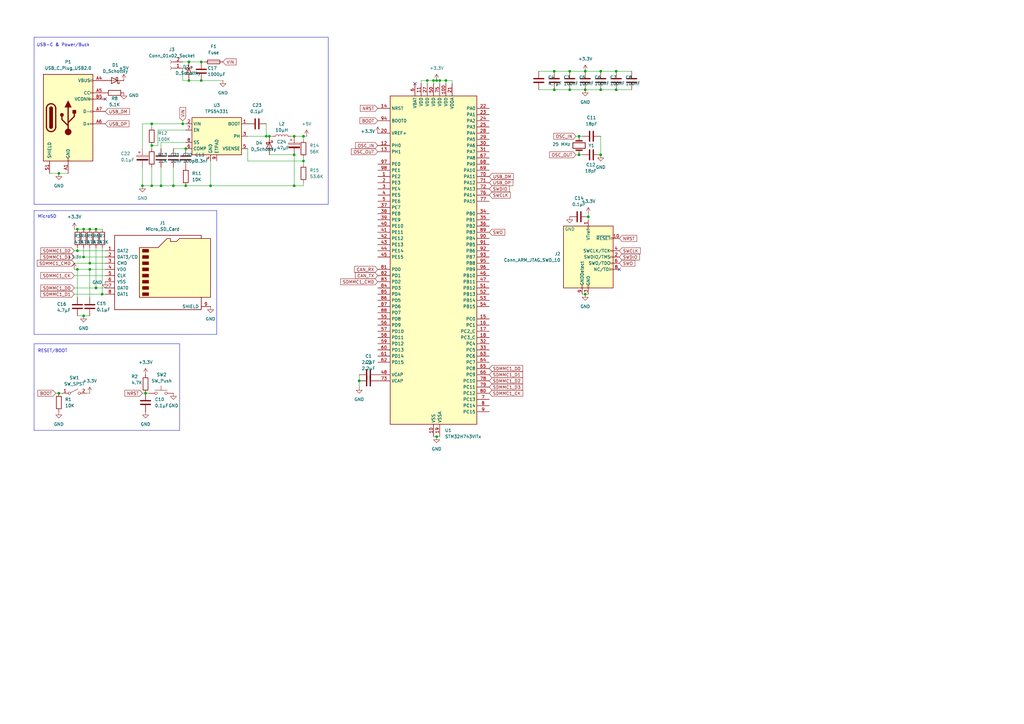
<source format=kicad_sch>
(kicad_sch (version 20250114) (generator "eeschema") (generator_version "9.0")
  (paper "A3")
  (lib_symbols
    (symbol "Connector:Conn_01x02_Socket" (pin_names (offset 1.016) (hide yes))
      (property "Reference" "J" (at 0 2.54 0))
      (property "Value" "Conn_01x02_Socket" (at 0 -5.08 0))
      (symbol "Conn_01x02_Socket_1_1"
        (polyline (pts (xy -1.27 0) (xy -0.508 0)) (stroke (width 0.1524)))
        (polyline (pts (xy -1.27 -2.54) (xy -0.508 -2.54)) (stroke (width 0.1524)))
        (arc (start 0 -0.508) (mid -0.5058 0) (end 0 0.508) (stroke (width 0.1524)))
        (arc (start 0 -3.048) (mid -0.5058 -2.54) (end 0 -2.032) (stroke (width 0.1524)))
        (pin passive line (at -5.08 0 0) (length 3.81) (name "Pin_1") (number "1"))
        (pin passive line (at -5.08 -2.54 0) (length 3.81) (name "Pin_2") (number "2"))
      )
    )
    (symbol "Connector:Conn_ARM_JTAG_SWD_10" (pin_names (offset 1.016))
      (property "Reference" "J" (at -2.54 16.51 0))
      (property "Value" "Conn_ARM_JTAG_SWD_10" (at -2.54 13.97 0))
      (symbol "Conn_ARM_JTAG_SWD_10_0_1"
        (rectangle (start -10.16 12.7) (end 10.16 -12.7) (stroke (width 0.254)) (fill (type background)))
        (rectangle (start -2.794 -12.7) (end -2.286 -11.684))
        (rectangle (start -0.254 12.7) (end 0.254 11.684))
        (rectangle (start -0.254 -12.7) (end 0.254 -11.684))
        (rectangle (start 9.144 2.286) (end 10.16 2.794))
        (rectangle (start 10.16 7.874) (end 9.144 7.366))
        (rectangle (start 10.16 -0.254) (end 9.144 0.254))
        (rectangle (start 10.16 -2.794) (end 9.144 -2.286))
      )
      (symbol "Conn_ARM_JTAG_SWD_10_1_1"
        (rectangle (start 9.144 -5.334) (end 10.16 -4.826))
        (pin no_connect line (at -10.16 0 0) (length 2.54) (hide yes) (name "KEY") (number "7"))
        (pin passive line (at -2.54 -15.24 90) (length 2.54) (name "GNDDetect") (number "9"))
        (pin power_in line (at 0 15.24 270) (length 2.54) (name "VTref") (number "1"))
        (pin power_in line (at 0 -15.24 90) (length 2.54) (name "GND") (number "3"))
        (pin passive line (at 0 -15.24 90) (length 2.54) (hide yes) (name "GND") (number "5"))
        (pin open_collector line (at 12.7 7.62 180) (length 2.54) (name "~{RESET}") (number "10"))
        (pin output line (at 12.7 2.54 180) (length 2.54) (name "SWCLK/TCK") (number "4"))
        (pin bidirectional line (at 12.7 0 180) (length 2.54) (name "SWDIO/TMS") (number "2"))
        (pin input line (at 12.7 -2.54 180) (length 2.54) (name "SWO/TDO") (number "6"))
        (pin output line (at 12.7 -5.08 180) (length 2.54) (name "NC/TDI") (number "8"))
      )
    )
    (symbol "Connector:Micro_SD_Card" (pin_names (offset 1.016))
      (property "Reference" "J" (at -16.51 15.24 0))
      (property "Value" "Micro_SD_Card" (at 16.51 15.24 0))
      (symbol "Micro_SD_Card_0_1"
        (polyline (pts (xy -8.89 -11.43) (xy -8.89 8.89) (xy -1.27 8.89) (xy 2.54 12.7) (xy 3.81 12.7) (xy 3.81 11.43) (xy 6.35 11.43) (xy 7.62 12.7) (xy 20.32 12.7) (xy 20.32 -11.43) (xy -8.89 -11.43)) (stroke (width 0.254)) (fill (type background)))
        (rectangle (start -7.62 8.255) (end -5.08 6.985) (fill (type outline)))
        (rectangle (start -7.62 5.715) (end -5.08 4.445) (fill (type outline)))
        (rectangle (start -7.62 3.175) (end -5.08 1.905) (fill (type outline)))
        (rectangle (start -7.62 0.635) (end -5.08 -0.635) (fill (type outline)))
        (rectangle (start -7.62 -1.905) (end -5.08 -3.175) (fill (type outline)))
        (rectangle (start -7.62 -4.445) (end -5.08 -5.715) (fill (type outline)))
        (rectangle (start -7.62 -6.985) (end -5.08 -8.255) (fill (type outline)))
        (rectangle (start -7.62 -9.525) (end -5.08 -10.795) (fill (type outline)))
        (polyline (pts (xy 16.51 12.7) (xy 16.51 13.97) (xy -19.05 13.97) (xy -19.05 -16.51) (xy 16.51 -16.51) (xy 16.51 -11.43)) (stroke (width 0.254)))
      )
      (symbol "Micro_SD_Card_1_1"
        (pin bidirectional line (at -22.86 7.62 0) (length 3.81) (name "DAT2") (number "1"))
        (pin bidirectional line (at -22.86 5.08 0) (length 3.81) (name "DAT3/CD") (number "2"))
        (pin input line (at -22.86 2.54 0) (length 3.81) (name "CMD") (number "3"))
        (pin power_in line (at -22.86 0 0) (length 3.81) (name "VDD") (number "4"))
        (pin input line (at -22.86 -2.54 0) (length 3.81) (name "CLK") (number "5"))
        (pin power_in line (at -22.86 -5.08 0) (length 3.81) (name "VSS") (number "6"))
        (pin bidirectional line (at -22.86 -7.62 0) (length 3.81) (name "DAT0") (number "7"))
        (pin bidirectional line (at -22.86 -10.16 0) (length 3.81) (name "DAT1") (number "8"))
        (pin passive line (at 20.32 -15.24 180) (length 3.81) (name "SHIELD") (number "9"))
      )
    )
    (symbol "Connector:USB_C_Plug_USB2.0" (pin_names (offset 1.016))
      (property "Reference" "P" (at -10.16 19.05 0))
      (property "Value" "USB_C_Plug_USB2.0" (at 12.7 19.05 0))
      (symbol "USB_C_Plug_USB2.0_0_0"
        (rectangle (start -0.254 -17.78) (end 0.254 -16.764))
        (rectangle (start 10.16 15.494) (end 9.144 14.986))
        (rectangle (start 10.16 10.414) (end 9.144 9.906))
        (rectangle (start 10.16 7.874) (end 9.144 7.366))
        (rectangle (start 10.16 2.794) (end 9.144 2.286))
        (rectangle (start 10.16 -2.286) (end 9.144 -2.794))
      )
      (symbol "USB_C_Plug_USB2.0_0_1"
        (rectangle (start -10.16 17.78) (end 10.16 -17.78) (stroke (width 0.254)) (fill (type background)))
        (polyline (pts (xy -8.89 -3.81) (xy -8.89 3.81)) (stroke (width 0.508)))
        (rectangle (start -7.62 -3.81) (end -6.35 3.81) (stroke (width 0.254)) (fill (type outline)))
        (arc (start -7.62 3.81) (mid -6.985 4.4423) (end -6.35 3.81) (stroke (width 0.254)))
        (arc (start -7.62 3.81) (mid -6.985 4.4423) (end -6.35 3.81) (stroke (width 0.254)) (fill (type outline)))
        (arc (start -8.89 3.81) (mid -6.985 5.7067) (end -5.08 3.81) (stroke (width 0.508)))
        (arc (start -5.08 -3.81) (mid -6.985 -5.7067) (end -8.89 -3.81) (stroke (width 0.508)))
        (arc (start -6.35 -3.81) (mid -6.985 -4.4423) (end -7.62 -3.81) (stroke (width 0.254)))
        (arc (start -6.35 -3.81) (mid -6.985 -4.4423) (end -7.62 -3.81) (stroke (width 0.254)) (fill (type outline)))
        (polyline (pts (xy -5.08 3.81) (xy -5.08 -3.81)) (stroke (width 0.508)))
        (circle (center -2.54 1.143) (radius 0.635) (stroke (width 0.254)) (fill (type outline)))
        (polyline (pts (xy -1.27 4.318) (xy 0 6.858) (xy 1.27 4.318) (xy -1.27 4.318)) (stroke (width 0.254)) (fill (type outline)))
        (polyline (pts (xy 0 -2.032) (xy 2.54 0.508) (xy 2.54 1.778)) (stroke (width 0.508)))
        (polyline (pts (xy 0 -3.302) (xy -2.54 -0.762) (xy -2.54 0.508)) (stroke (width 0.508)))
        (polyline (pts (xy 0 -5.842) (xy 0 4.318)) (stroke (width 0.508)))
        (circle (center 0 -5.842) (radius 1.27) (fill (type outline)))
        (rectangle (start 1.905 1.778) (end 3.175 3.048) (stroke (width 0.254)) (fill (type outline)))
      )
      (symbol "USB_C_Plug_USB2.0_1_1"
        (pin passive line (at -7.62 -22.86 90) (length 5.08) (name "SHIELD") (number "S1"))
        (pin passive line (at 0 -22.86 90) (length 5.08) (name "GND") (number "A1"))
        (pin passive line (at 0 -22.86 90) (length 5.08) (hide yes) (name "GND") (number "A12"))
        (pin passive line (at 0 -22.86 90) (length 5.08) (hide yes) (name "GND") (number "B1"))
        (pin passive line (at 0 -22.86 90) (length 5.08) (hide yes) (name "GND") (number "B12"))
        (pin passive line (at 15.24 15.24 180) (length 5.08) (name "VBUS") (number "A4"))
        (pin passive line (at 15.24 15.24 180) (length 5.08) (hide yes) (name "VBUS") (number "A9"))
        (pin passive line (at 15.24 15.24 180) (length 5.08) (hide yes) (name "VBUS") (number "B4"))
        (pin passive line (at 15.24 15.24 180) (length 5.08) (hide yes) (name "VBUS") (number "B9"))
        (pin bidirectional line (at 15.24 10.16 180) (length 5.08) (name "CC") (number "A5"))
        (pin bidirectional line (at 15.24 7.62 180) (length 5.08) (name "VCONN") (number "B5"))
        (pin bidirectional line (at 15.24 2.54 180) (length 5.08) (name "D-") (number "A7"))
        (pin bidirectional line (at 15.24 -2.54 180) (length 5.08) (name "D+") (number "A6"))
      )
    )
    (symbol "Device:C" (pin_numbers (hide yes)) (pin_names (offset 0.254))
      (property "Reference" "C" (at 0.635 2.54 0))
      (property "Value" "C" (at 0.635 -2.54 0))
      (symbol "C_0_1"
        (polyline (pts (xy -2.032 0.762) (xy 2.032 0.762)) (stroke (width 0.508)))
        (polyline (pts (xy -2.032 -0.762) (xy 2.032 -0.762)) (stroke (width 0.508)))
      )
      (symbol "C_1_1"
        (pin passive line (at 0 3.81 270) (length 2.794) (name "~") (number "1"))
        (pin passive line (at 0 -3.81 90) (length 2.794) (name "~") (number "2"))
      )
    )
    (symbol "Device:C_Polarized" (pin_numbers (hide yes)) (pin_names (offset 0.254))
      (property "Reference" "C" (at 0.635 2.54 0))
      (property "Value" "C_Polarized" (at 0.635 -2.54 0))
      (symbol "C_Polarized_0_1"
        (rectangle (start -2.286 0.508) (end 2.286 1.016))
        (polyline (pts (xy -1.778 2.286) (xy -0.762 2.286)))
        (polyline (pts (xy -1.27 2.794) (xy -1.27 1.778)))
        (rectangle (start 2.286 -0.508) (end -2.286 -1.016) (fill (type outline)))
      )
      (symbol "C_Polarized_1_1"
        (pin passive line (at 0 3.81 270) (length 2.794) (name "~") (number "1"))
        (pin passive line (at 0 -3.81 90) (length 2.794) (name "~") (number "2"))
      )
    )
    (symbol "Device:Crystal" (pin_numbers (hide yes)) (pin_names (offset 1.016) (hide yes))
      (property "Reference" "Y" (at 0 3.81 0))
      (property "Value" "Crystal" (at 0 -3.81 0))
      (symbol "Crystal_0_1"
        (polyline (pts (xy -2.54 0) (xy -1.905 0)))
        (polyline (pts (xy -1.905 -1.27) (xy -1.905 1.27)) (stroke (width 0.508)))
        (rectangle (start -1.143 2.54) (end 1.143 -2.54) (stroke (width 0.3048)))
        (polyline (pts (xy 1.905 -1.27) (xy 1.905 1.27)) (stroke (width 0.508)))
        (polyline (pts (xy 2.54 0) (xy 1.905 0)))
      )
      (symbol "Crystal_1_1"
        (pin passive line (at -3.81 0 0) (length 1.27) (name "1") (number "1"))
        (pin passive line (at 3.81 0 180) (length 1.27) (name "2") (number "2"))
      )
    )
    (symbol "Device:D_Schottky" (pin_numbers (hide yes)) (pin_names (offset 1.016) (hide yes))
      (property "Reference" "D" (at 0 2.54 0))
      (property "Value" "D_Schottky" (at 0 -2.54 0))
      (symbol "D_Schottky_0_1"
        (polyline (pts (xy -1.905 0.635) (xy -1.905 1.27) (xy -1.27 1.27) (xy -1.27 -1.27) (xy -0.635 -1.27) (xy -0.635 -0.635)) (stroke (width 0.254)))
        (polyline (pts (xy 1.27 1.27) (xy 1.27 -1.27) (xy -1.27 0) (xy 1.27 1.27)) (stroke (width 0.254)))
        (polyline (pts (xy 1.27 0) (xy -1.27 0)))
      )
      (symbol "D_Schottky_1_1"
        (pin passive line (at -3.81 0 0) (length 2.54) (name "K") (number "1"))
        (pin passive line (at 3.81 0 180) (length 2.54) (name "A") (number "2"))
      )
    )
    (symbol "Device:Fuse" (pin_numbers (hide yes)) (pin_names (offset 0))
      (property "Reference" "F" (at 2.032 0 90))
      (property "Value" "Fuse" (at -1.905 0 90))
      (symbol "Fuse_0_1"
        (rectangle (start -0.762 -2.54) (end 0.762 2.54) (stroke (width 0.254)))
        (polyline (pts (xy 0 2.54) (xy 0 -2.54)))
      )
      (symbol "Fuse_1_1"
        (pin passive line (at 0 3.81 270) (length 1.27) (name "~") (number "1"))
        (pin passive line (at 0 -3.81 90) (length 1.27) (name "~") (number "2"))
      )
    )
    (symbol "Device:L" (pin_numbers (hide yes)) (pin_names (offset 1.016) (hide yes))
      (property "Reference" "L" (at -1.27 0 90))
      (property "Value" "L" (at 1.905 0 90))
      (symbol "L_0_1"
        (arc (start 0 2.54) (mid 0.6323 1.905) (end 0 1.27))
        (arc (start 0 1.27) (mid 0.6323 0.635) (end 0 0))
        (arc (start 0 0) (mid 0.6323 -0.635) (end 0 -1.27))
        (arc (start 0 -1.27) (mid 0.6323 -1.905) (end 0 -2.54))
      )
      (symbol "L_1_1"
        (pin passive line (at 0 3.81 270) (length 1.27) (name "1") (number "1"))
        (pin passive line (at 0 -3.81 90) (length 1.27) (name "2") (number "2"))
      )
    )
    (symbol "Device:R" (pin_numbers (hide yes)) (pin_names (offset 0))
      (property "Reference" "R" (at 2.032 0 90))
      (property "Value" "R" (at 0 0 90))
      (symbol "R_0_1"
        (rectangle (start -1.016 -2.54) (end 1.016 2.54) (stroke (width 0.254)))
      )
      (symbol "R_1_1"
        (pin passive line (at 0 3.81 270) (length 1.27) (name "~") (number "1"))
        (pin passive line (at 0 -3.81 90) (length 1.27) (name "~") (number "2"))
      )
    )
    (symbol "MCU_ST_STM32H7:STM32H743VITx"
      (property "Reference" "U" (at -17.78 69.85 0))
      (property "Value" "STM32H743VITx" (at 10.16 69.85 0))
      (symbol "STM32H743VITx_0_1"
        (rectangle (start -17.78 -66.04) (end 17.78 68.58) (stroke (width 0.254)) (fill (type background)))
      )
      (symbol "STM32H743VITx_1_1"
        (pin input line (at -22.86 63.5 0) (length 5.08) (name "NRST") (number "14"))
        (pin input line (at -22.86 58.42 0) (length 5.08) (name "BOOT0") (number "94"))
        (pin input line (at -22.86 53.34 0) (length 5.08) (name "VREF+") (number "20"))
        (pin bidirectional line (at -22.86 48.26 0) (length 5.08) (name "PH0") (number "12"))
        (pin bidirectional line (at -22.86 45.72 0) (length 5.08) (name "PH1") (number "13"))
        (pin bidirectional line (at -22.86 40.64 0) (length 5.08) (name "PE0") (number "97"))
        (pin bidirectional line (at -22.86 38.1 0) (length 5.08) (name "PE1") (number "98"))
        (pin bidirectional line (at -22.86 35.56 0) (length 5.08) (name "PE2") (number "1"))
        (pin bidirectional line (at -22.86 33.02 0) (length 5.08) (name "PE3") (number "2"))
        (pin bidirectional line (at -22.86 30.48 0) (length 5.08) (name "PE4") (number "3"))
        (pin bidirectional line (at -22.86 27.94 0) (length 5.08) (name "PE5") (number "4"))
        (pin bidirectional line (at -22.86 25.4 0) (length 5.08) (name "PE6") (number "5"))
        (pin bidirectional line (at -22.86 22.86 0) (length 5.08) (name "PE7") (number "37"))
        (pin bidirectional line (at -22.86 20.32 0) (length 5.08) (name "PE8") (number "38"))
        (pin bidirectional line (at -22.86 17.78 0) (length 5.08) (name "PE9") (number "39"))
        (pin bidirectional line (at -22.86 15.24 0) (length 5.08) (name "PE10") (number "40"))
        (pin bidirectional line (at -22.86 12.7 0) (length 5.08) (name "PE11") (number "41"))
        (pin bidirectional line (at -22.86 10.16 0) (length 5.08) (name "PE12") (number "42"))
        (pin bidirectional line (at -22.86 7.62 0) (length 5.08) (name "PE13") (number "43"))
        (pin bidirectional line (at -22.86 5.08 0) (length 5.08) (name "PE14") (number "44"))
        (pin bidirectional line (at -22.86 2.54 0) (length 5.08) (name "PE15") (number "45"))
        (pin bidirectional line (at -22.86 -2.54 0) (length 5.08) (name "PD0") (number "81"))
        (pin bidirectional line (at -22.86 -5.08 0) (length 5.08) (name "PD1") (number "82"))
        (pin bidirectional line (at -22.86 -7.62 0) (length 5.08) (name "PD2") (number "83"))
        (pin bidirectional line (at -22.86 -10.16 0) (length 5.08) (name "PD3") (number "84"))
        (pin bidirectional line (at -22.86 -12.7 0) (length 5.08) (name "PD4") (number "85"))
        (pin bidirectional line (at -22.86 -15.24 0) (length 5.08) (name "PD5") (number "86"))
        (pin bidirectional line (at -22.86 -17.78 0) (length 5.08) (name "PD6") (number "87"))
        (pin bidirectional line (at -22.86 -20.32 0) (length 5.08) (name "PD7") (number "88"))
        (pin bidirectional line (at -22.86 -22.86 0) (length 5.08) (name "PD8") (number "55"))
        (pin bidirectional line (at -22.86 -25.4 0) (length 5.08) (name "PD9") (number "56"))
        (pin bidirectional line (at -22.86 -27.94 0) (length 5.08) (name "PD10") (number "57"))
        (pin bidirectional line (at -22.86 -30.48 0) (length 5.08) (name "PD11") (number "58"))
        (pin bidirectional line (at -22.86 -33.02 0) (length 5.08) (name "PD12") (number "59"))
        (pin bidirectional line (at -22.86 -35.56 0) (length 5.08) (name "PD13") (number "60"))
        (pin bidirectional line (at -22.86 -38.1 0) (length 5.08) (name "PD14") (number "61"))
        (pin bidirectional line (at -22.86 -40.64 0) (length 5.08) (name "PD15") (number "62"))
        (pin power_out line (at -22.86 -45.72 0) (length 5.08) (name "VCAP") (number "48"))
        (pin power_out line (at -22.86 -48.26 0) (length 5.08) (name "VCAP") (number "73"))
        (pin power_in line (at -7.62 73.66 270) (length 5.08) (name "VBAT") (number "6"))
        (pin power_in line (at -5.08 73.66 270) (length 5.08) (name "VDD") (number "11"))
        (pin power_in line (at -2.54 73.66 270) (length 5.08) (name "VDD") (number "27"))
        (pin power_in line (at 0 73.66 270) (length 5.08) (name "VDD") (number "50"))
        (pin power_in line (at 0 -71.12 90) (length 5.08) (name "VSS") (number "10"))
        (pin passive line (at 0 -71.12 90) (length 5.08) (hide yes) (name "VSS") (number "26"))
        (pin passive line (at 0 -71.12 90) (length 5.08) (hide yes) (name "VSS") (number "49"))
        (pin passive line (at 0 -71.12 90) (length 5.08) (hide yes) (name "VSS") (number "74"))
        (pin passive line (at 0 -71.12 90) (length 5.08) (hide yes) (name "VSS") (number "99"))
        (pin power_in line (at 2.54 73.66 270) (length 5.08) (name "VDD") (number "75"))
        (pin power_in line (at 2.54 -71.12 90) (length 5.08) (name "VSSA") (number "19"))
        (pin power_in line (at 5.08 73.66 270) (length 5.08) (name "VDD") (number "100"))
        (pin power_in line (at 7.62 73.66 270) (length 5.08) (name "VDDA") (number "21"))
        (pin bidirectional line (at 22.86 63.5 180) (length 5.08) (name "PA0") (number "22"))
        (pin bidirectional line (at 22.86 60.96 180) (length 5.08) (name "PA1") (number "23"))
        (pin bidirectional line (at 22.86 58.42 180) (length 5.08) (name "PA2") (number "24"))
        (pin bidirectional line (at 22.86 55.88 180) (length 5.08) (name "PA3") (number "25"))
        (pin bidirectional line (at 22.86 53.34 180) (length 5.08) (name "PA4") (number "28"))
        (pin bidirectional line (at 22.86 50.8 180) (length 5.08) (name "PA5") (number "29"))
        (pin bidirectional line (at 22.86 48.26 180) (length 5.08) (name "PA6") (number "30"))
        (pin bidirectional line (at 22.86 45.72 180) (length 5.08) (name "PA7") (number "31"))
        (pin bidirectional line (at 22.86 43.18 180) (length 5.08) (name "PA8") (number "67"))
        (pin bidirectional line (at 22.86 40.64 180) (length 5.08) (name "PA9") (number "68"))
        (pin bidirectional line (at 22.86 38.1 180) (length 5.08) (name "PA10") (number "69"))
        (pin bidirectional line (at 22.86 35.56 180) (length 5.08) (name "PA11") (number "70"))
        (pin bidirectional line (at 22.86 33.02 180) (length 5.08) (name "PA12") (number "71"))
        (pin bidirectional line (at 22.86 30.48 180) (length 5.08) (name "PA13") (number "72"))
        (pin bidirectional line (at 22.86 27.94 180) (length 5.08) (name "PA14") (number "76"))
        (pin bidirectional line (at 22.86 25.4 180) (length 5.08) (name "PA15") (number "77"))
        (pin bidirectional line (at 22.86 20.32 180) (length 5.08) (name "PB0") (number "34"))
        (pin bidirectional line (at 22.86 17.78 180) (length 5.08) (name "PB1") (number "35"))
        (pin bidirectional line (at 22.86 15.24 180) (length 5.08) (name "PB2") (number "36"))
        (pin bidirectional line (at 22.86 12.7 180) (length 5.08) (name "PB3") (number "89"))
        (pin bidirectional line (at 22.86 10.16 180) (length 5.08) (name "PB4") (number "90"))
        (pin bidirectional line (at 22.86 7.62 180) (length 5.08) (name "PB5") (number "91"))
        (pin bidirectional line (at 22.86 5.08 180) (length 5.08) (name "PB6") (number "92"))
        (pin bidirectional line (at 22.86 2.54 180) (length 5.08) (name "PB7") (number "93"))
        (pin bidirectional line (at 22.86 0 180) (length 5.08) (name "PB8") (number "95"))
        (pin bidirectional line (at 22.86 -2.54 180) (length 5.08) (name "PB9") (number "96"))
        (pin bidirectional line (at 22.86 -5.08 180) (length 5.08) (name "PB10") (number "46"))
        (pin bidirectional line (at 22.86 -7.62 180) (length 5.08) (name "PB11") (number "47"))
        (pin bidirectional line (at 22.86 -10.16 180) (length 5.08) (name "PB12") (number "51"))
        (pin bidirectional line (at 22.86 -12.7 180) (length 5.08) (name "PB13") (number "52"))
        (pin bidirectional line (at 22.86 -15.24 180) (length 5.08) (name "PB14") (number "53"))
        (pin bidirectional line (at 22.86 -17.78 180) (length 5.08) (name "PB15") (number "54"))
        (pin bidirectional line (at 22.86 -22.86 180) (length 5.08) (name "PC0") (number "15"))
        (pin bidirectional line (at 22.86 -25.4 180) (length 5.08) (name "PC1") (number "16"))
        (pin bidirectional line (at 22.86 -27.94 180) (length 5.08) (name "PC2_C") (number "17"))
        (pin bidirectional line (at 22.86 -30.48 180) (length 5.08) (name "PC3_C") (number "18"))
        (pin bidirectional line (at 22.86 -33.02 180) (length 5.08) (name "PC4") (number "32"))
        (pin bidirectional line (at 22.86 -35.56 180) (length 5.08) (name "PC5") (number "33"))
        (pin bidirectional line (at 22.86 -38.1 180) (length 5.08) (name "PC6") (number "63"))
        (pin bidirectional line (at 22.86 -40.64 180) (length 5.08) (name "PC7") (number "64"))
        (pin bidirectional line (at 22.86 -43.18 180) (length 5.08) (name "PC8") (number "65"))
        (pin bidirectional line (at 22.86 -45.72 180) (length 5.08) (name "PC9") (number "66"))
        (pin bidirectional line (at 22.86 -48.26 180) (length 5.08) (name "PC10") (number "78"))
        (pin bidirectional line (at 22.86 -50.8 180) (length 5.08) (name "PC11") (number "79"))
        (pin bidirectional line (at 22.86 -53.34 180) (length 5.08) (name "PC12") (number "80"))
        (pin bidirectional line (at 22.86 -55.88 180) (length 5.08) (name "PC13") (number "7"))
        (pin bidirectional line (at 22.86 -58.42 180) (length 5.08) (name "PC14") (number "8"))
        (pin bidirectional line (at 22.86 -60.96 180) (length 5.08) (name "PC15") (number "9"))
      )
    )
    (symbol "Regulator_Switching:TPS54336ADDA"
      (property "Reference" "U" (at -8.89 8.89 0))
      (property "Value" "TPS54336ADDA" (at 3.81 8.89 0))
      (symbol "TPS54336ADDA_1_1"
        (rectangle (start -10.16 7.62) (end 10.16 -7.62) (stroke (width 0.254)) (fill (type background)))
        (pin power_in line (at -12.7 5.08 0) (length 2.54) (name "VIN") (number "2"))
        (pin input line (at -12.7 2.54 0) (length 2.54) (name "EN") (number "7"))
        (pin output line (at -12.7 -2.54 0) (length 2.54) (name "SS") (number "8"))
        (pin output line (at -12.7 -5.08 0) (length 2.54) (name "COMP") (number "6"))
        (pin power_in line (at -2.54 -10.16 90) (length 2.54) (name "GND") (number "4"))
        (pin power_in line (at 0 -10.16 90) (length 2.54) (name "ETPAD") (number "9"))
        (pin output line (at 12.7 5.08 180) (length 2.54) (name "BOOT") (number "1"))
        (pin output line (at 12.7 0 180) (length 2.54) (name "PH") (number "3"))
        (pin input line (at 12.7 -5.08 180) (length 2.54) (name "VSENSE") (number "5"))
      )
    )
    (symbol "Switch:SW_Push" (pin_numbers (hide yes)) (pin_names (offset 1.016) (hide yes))
      (property "Reference" "SW" (at 1.27 2.54 0))
      (property "Value" "SW_Push" (at 0 -1.524 0))
      (symbol "SW_Push_0_1"
        (circle (center -2.032 0) (radius 0.508))
        (polyline (pts (xy 0 1.27) (xy 0 3.048)))
        (circle (center 2.032 0) (radius 0.508))
        (polyline (pts (xy 2.54 1.27) (xy -2.54 1.27)))
        (pin passive line (at -5.08 0 0) (length 2.54) (name "1") (number "1"))
        (pin passive line (at 5.08 0 180) (length 2.54) (name "2") (number "2"))
      )
    )
    (symbol "Switch:SW_SPST" (pin_names (offset 0) (hide yes))
      (property "Reference" "SW" (at 0 3.175 0))
      (property "Value" "SW_SPST" (at 0 -2.54 0))
      (symbol "SW_SPST_0_0"
        (circle (center -2.032 0) (radius 0.508))
        (polyline (pts (xy -1.524 0.254) (xy 1.524 1.778)))
        (circle (center 2.032 0) (radius 0.508))
      )
      (symbol "SW_SPST_1_1"
        (pin passive line (at -5.08 0 0) (length 2.54) (name "A") (number "1"))
        (pin passive line (at 5.08 0 180) (length 2.54) (name "B") (number "2"))
      )
    )
    (symbol "power:+3.3V" (power) (pin_numbers (hide yes)) (pin_names (offset 0) (hide yes))
      (property "Value" "+3.3V" (at 0 3.556 0))
      (symbol "+3.3V_0_1"
        (polyline (pts (xy -0.762 1.27) (xy 0 2.54)))
        (polyline (pts (xy 0 2.54) (xy 0.762 1.27)))
        (polyline (pts (xy 0 0) (xy 0 2.54)))
      )
      (symbol "+3.3V_1_1"
        (pin power_in line (at 0 0 90) (length 0) (name "~") (number "1"))
      )
    )
    (symbol "power:+5V" (power) (pin_numbers (hide yes)) (pin_names (offset 0) (hide yes))
      (property "Value" "+5V" (at 0 3.556 0))
      (symbol "+5V_0_1"
        (polyline (pts (xy -0.762 1.27) (xy 0 2.54)))
        (polyline (pts (xy 0 2.54) (xy 0.762 1.27)))
        (polyline (pts (xy 0 0) (xy 0 2.54)))
      )
      (symbol "+5V_1_1"
        (pin power_in line (at 0 0 90) (length 0) (name "~") (number "1"))
      )
    )
    (symbol "power:GND" (power) (pin_numbers (hide yes)) (pin_names (offset 0) (hide yes))
      (property "Value" "GND" (at 0 -3.81 0))
      (symbol "GND_0_1"
        (polyline (pts (xy 0 0) (xy 0 -1.27) (xy 1.27 -1.27) (xy 0 -2.54) (xy -1.27 -1.27) (xy 0 -1.27)))
      )
      (symbol "GND_1_1"
        (pin power_in line (at 0 0 270) (length 0) (name "~") (number "1"))
      )
    )
  )
  (rectangle (start 13.97 86.36) (end 88.9 137.16))
  (rectangle (start 13.97 15.24) (end 134.62 83.82))
  (rectangle (start 13.97 140.97) (end 73.66 176.53))
  (text "MicroSD" (at 19.304 88.9 0) (effects (font (size 1.27 1.27))))
  (text "USB-C & Power/Buck" (at 25.908 18.542 0) (effects (font (size 1.27 1.27))))
  (text "RESET/BOOT" (at 21.59 144.018 0) (effects (font (size 1.27 1.27))))
  (junction (at 179.07 179.07))
  (junction (at 237.49 55.88))
  (junction (at 240.03 120.65))
  (junction (at 147.32 156.21))
  (junction (at 237.49 63.5))
  (junction (at 246.38 36.83))
  (junction (at 76.2 76.2))
  (junction (at 86.36 76.2))
  (junction (at 58.42 76.2))
  (junction (at 124.46 55.88))
  (junction (at 77.47 25.4))
  (junction (at 36.83 93.98))
  (junction (at 62.23 76.2))
  (junction (at 109.22 55.88))
  (junction (at 182.88 33.02))
  (junction (at 39.37 118.11))
  (junction (at 62.23 59.69))
  (junction (at 34.29 93.98))
  (junction (at 180.34 33.02))
  (junction (at 41.91 120.65))
  (junction (at 252.73 29.21))
  (junction (at 74.93 50.8))
  (junction (at 175.26 33.02))
  (junction (at 77.47 33.02))
  (junction (at 24.13 161.29))
  (junction (at 252.73 36.83))
  (junction (at 120.65 63.5))
  (junction (at 82.55 25.4))
  (junction (at 71.12 76.2))
  (junction (at 36.83 107.95))
  (junction (at 62.23 50.8))
  (junction (at 240.03 36.83))
  (junction (at 120.65 55.88))
  (junction (at 177.8 33.02))
  (junction (at 59.69 161.29))
  (junction (at 233.68 36.83))
  (junction (at 227.33 29.21))
  (junction (at 246.38 63.5))
  (junction (at 240.03 29.21))
  (junction (at 66.04 76.2))
  (junction (at 179.07 33.02))
  (junction (at 246.38 29.21))
  (junction (at 124.46 66.04))
  (junction (at 34.29 105.41))
  (junction (at 120.65 76.2))
  (junction (at 110.49 55.88))
  (junction (at 39.37 93.98))
  (junction (at 24.13 71.12))
  (junction (at 227.33 36.83))
  (junction (at 241.3 88.9))
  (junction (at 31.75 102.87))
  (junction (at 82.55 33.02))
  (junction (at 233.68 29.21))
  (junction (at 31.75 93.98))
  (junction (at 34.29 129.54))
  (junction (at 31.75 110.49))
  (junction (at 76.2 60.96))
  (junction (at 36.83 110.49))
  (no_connect (at 254 110.49))
  (no_connect (at 43.18 40.64))
  (no_connect (at 170.18 34.29))
  (wire (pts (xy 34.29 93.98) (xy 36.83 93.98)))
  (wire (pts (xy 66.04 58.42) (xy 66.04 60.96)))
  (wire (pts (xy 180.34 33.02) (xy 179.07 33.02)))
  (wire (pts (xy 246.38 55.88) (xy 246.38 63.5)))
  (wire (pts (xy 83.82 25.4) (xy 82.55 25.4)))
  (wire (pts (xy 240.03 36.83) (xy 246.38 36.83)))
  (wire (pts (xy 36.83 110.49) (xy 43.18 110.49)))
  (wire (pts (xy 62.23 60.96) (xy 62.23 59.69)))
  (wire (pts (xy 175.26 33.02) (xy 172.72 33.02)))
  (wire (pts (xy 62.23 68.58) (xy 62.23 76.2)))
  (wire (pts (xy 62.23 59.69) (xy 64.77 59.69)))
  (wire (pts (xy 110.49 63.5) (xy 120.65 63.5)))
  (wire (pts (xy 30.48 110.49) (xy 31.75 110.49)))
  (wire (pts (xy 25.4 161.29) (xy 24.13 161.29)))
  (wire (pts (xy 252.73 29.21) (xy 259.08 29.21)))
  (wire (pts (xy 36.83 161.29) (xy 35.56 161.29)))
  (wire (pts (xy 227.33 36.83) (xy 233.68 36.83)))
  (wire (pts (xy 101.6 55.88) (xy 109.22 55.88)))
  (wire (pts (xy 30.48 105.41) (xy 34.29 105.41)))
  (wire (pts (xy 101.6 66.04) (xy 101.6 60.96)))
  (wire (pts (xy 64.77 53.34) (xy 76.2 53.34)))
  (wire (pts (xy 22.86 161.29) (xy 24.13 161.29)))
  (wire (pts (xy 24.13 71.12) (xy 27.94 71.12)))
  (wire (pts (xy 124.46 66.04) (xy 124.46 64.77)))
  (wire (pts (xy 246.38 29.21) (xy 252.73 29.21)))
  (wire (pts (xy 74.93 33.02) (xy 74.93 27.94)))
  (wire (pts (xy 124.46 55.88) (xy 120.65 55.88)))
  (wire (pts (xy 124.46 55.88) (xy 125.73 55.88)))
  (wire (pts (xy 238.76 55.88) (xy 237.49 55.88)))
  (wire (pts (xy 34.29 129.54) (xy 36.83 129.54)))
  (wire (pts (xy 41.91 120.65) (xy 43.18 120.65)))
  (wire (pts (xy 182.88 33.02) (xy 180.34 33.02)))
  (wire (pts (xy 240.03 120.65) (xy 241.3 120.65)))
  (wire (pts (xy 30.48 113.03) (xy 43.18 113.03)))
  (wire (pts (xy 237.49 55.88) (xy 236.22 55.88)))
  (wire (pts (xy 41.91 120.65) (xy 41.91 101.6)))
  (wire (pts (xy 58.42 68.58) (xy 58.42 76.2)))
  (wire (pts (xy 77.47 25.4) (xy 82.55 25.4)))
  (wire (pts (xy 74.93 49.53) (xy 74.93 50.8)))
  (wire (pts (xy 36.83 107.95) (xy 36.83 101.6)))
  (wire (pts (xy 30.48 118.11) (xy 39.37 118.11)))
  (wire (pts (xy 180.34 33.02) (xy 180.34 34.29)))
  (wire (pts (xy 31.75 129.54) (xy 34.29 129.54)))
  (wire (pts (xy 86.36 76.2) (xy 86.36 66.04)))
  (wire (pts (xy 124.46 67.31) (xy 124.46 66.04)))
  (wire (pts (xy 74.93 50.8) (xy 76.2 50.8)))
  (wire (pts (xy 74.93 33.02) (xy 77.47 33.02)))
  (wire (pts (xy 58.42 161.29) (xy 59.69 161.29)))
  (wire (pts (xy 30.48 93.98) (xy 31.75 93.98)))
  (wire (pts (xy 30.48 102.87) (xy 31.75 102.87)))
  (wire (pts (xy 77.47 33.02) (xy 82.55 33.02)))
  (wire (pts (xy 66.04 68.58) (xy 66.04 76.2)))
  (wire (pts (xy 182.88 33.02) (xy 182.88 34.29)))
  (wire (pts (xy 36.83 107.95) (xy 43.18 107.95)))
  (wire (pts (xy 246.38 36.83) (xy 252.73 36.83)))
  (wire (pts (xy 241.3 87.63) (xy 241.3 88.9)))
  (wire (pts (xy 252.73 36.83) (xy 259.08 36.83)))
  (wire (pts (xy 62.23 50.8) (xy 74.93 50.8)))
  (wire (pts (xy 109.22 55.88) (xy 110.49 55.88)))
  (wire (pts (xy 31.75 102.87) (xy 43.18 102.87)))
  (wire (pts (xy 76.2 76.2) (xy 86.36 76.2)))
  (wire (pts (xy 62.23 59.69) (xy 62.23 58.42)))
  (wire (pts (xy 124.46 57.15) (xy 124.46 55.88)))
  (wire (pts (xy 20.32 71.12) (xy 24.13 71.12)))
  (wire (pts (xy 34.29 105.41) (xy 34.29 101.6)))
  (wire (pts (xy 227.33 29.21) (xy 220.98 29.21)))
  (wire (pts (xy 124.46 76.2) (xy 124.46 74.93)))
  (wire (pts (xy 39.37 93.98) (xy 41.91 93.98)))
  (wire (pts (xy 185.42 34.29) (xy 185.42 33.02)))
  (wire (pts (xy 86.36 76.2) (xy 120.65 76.2)))
  (wire (pts (xy 237.49 63.5) (xy 236.22 63.5)))
  (wire (pts (xy 76.2 58.42) (xy 66.04 58.42)))
  (wire (pts (xy 71.12 76.2) (xy 76.2 76.2)))
  (wire (pts (xy 62.23 76.2) (xy 66.04 76.2)))
  (wire (pts (xy 120.65 55.88) (xy 119.38 55.88)))
  (wire (pts (xy 238.76 63.5) (xy 237.49 63.5)))
  (wire (pts (xy 179.07 33.02) (xy 177.8 33.02)))
  (wire (pts (xy 177.8 179.07) (xy 179.07 179.07)))
  (wire (pts (xy 30.48 120.65) (xy 41.91 120.65)))
  (wire (pts (xy 120.65 76.2) (xy 124.46 76.2)))
  (wire (pts (xy 241.3 88.9) (xy 241.3 90.17)))
  (wire (pts (xy 31.75 110.49) (xy 31.75 121.92)))
  (wire (pts (xy 31.75 110.49) (xy 36.83 110.49)))
  (wire (pts (xy 64.77 59.69) (xy 64.77 53.34)))
  (wire (pts (xy 172.72 33.02) (xy 172.72 34.29)))
  (wire (pts (xy 36.83 110.49) (xy 36.83 121.92)))
  (wire (pts (xy 185.42 33.02) (xy 182.88 33.02)))
  (wire (pts (xy 109.22 50.8) (xy 109.22 55.88)))
  (wire (pts (xy 31.75 93.98) (xy 34.29 93.98)))
  (wire (pts (xy 58.42 76.2) (xy 62.23 76.2)))
  (wire (pts (xy 58.42 50.8) (xy 62.23 50.8)))
  (wire (pts (xy 110.49 55.88) (xy 111.76 55.88)))
  (wire (pts (xy 101.6 66.04) (xy 124.46 66.04)))
  (wire (pts (xy 31.75 102.87) (xy 31.75 101.6)))
  (wire (pts (xy 147.32 153.67) (xy 147.32 156.21)))
  (wire (pts (xy 59.69 161.29) (xy 60.96 161.29)))
  (wire (pts (xy 36.83 93.98) (xy 39.37 93.98)))
  (wire (pts (xy 58.42 50.8) (xy 58.42 60.96)))
  (wire (pts (xy 30.48 107.95) (xy 36.83 107.95)))
  (wire (pts (xy 34.29 105.41) (xy 43.18 105.41)))
  (wire (pts (xy 179.07 179.07) (xy 180.34 179.07)))
  (wire (pts (xy 120.65 76.2) (xy 120.65 63.5)))
  (wire (pts (xy 227.33 29.21) (xy 233.68 29.21)))
  (wire (pts (xy 233.68 36.83) (xy 240.03 36.83)))
  (wire (pts (xy 175.26 33.02) (xy 175.26 34.29)))
  (wire (pts (xy 238.76 120.65) (xy 240.03 120.65)))
  (wire (pts (xy 82.55 33.02) (xy 91.44 33.02)))
  (wire (pts (xy 66.04 76.2) (xy 71.12 76.2)))
  (wire (pts (xy 147.32 158.75) (xy 147.32 156.21)))
  (wire (pts (xy 177.8 33.02) (xy 177.8 34.29)))
  (wire (pts (xy 39.37 118.11) (xy 43.18 118.11)))
  (wire (pts (xy 240.03 29.21) (xy 246.38 29.21)))
  (wire (pts (xy 71.12 60.96) (xy 76.2 60.96)))
  (wire (pts (xy 227.33 36.83) (xy 220.98 36.83)))
  (wire (pts (xy 62.23 52.07) (xy 62.23 50.8)))
  (wire (pts (xy 233.68 29.21) (xy 240.03 29.21)))
  (wire (pts (xy 74.93 25.4) (xy 77.47 25.4)))
  (wire (pts (xy 71.12 68.58) (xy 71.12 76.2)))
  (wire (pts (xy 177.8 33.02) (xy 175.26 33.02)))
  (wire (pts (xy 39.37 101.6) (xy 39.37 118.11)))
  (global_label "SDMMC1_D1" (shape input) (at 200.66 153.67 0) (property "Intersheetrefs" "${INTERSHEET_REFS}" (effects (hide yes))))
  (global_label "OSC_OUT" (shape input) (at 236.22 63.5 180) (property "Intersheetrefs" "${INTERSHEET_REFS}" (effects (hide yes))))
  (global_label "USB_DM" (shape input) (at 43.18 45.72 0) (property "Intersheetrefs" "${INTERSHEET_REFS}" (effects (hide yes))))
  (global_label "CAN_TX" (shape input) (at 154.94 113.03 180) (property "Intersheetrefs" "${INTERSHEET_REFS}" (effects (hide yes))))
  (global_label "SDMMC1_D0" (shape input) (at 30.48 118.11 180) (property "Intersheetrefs" "${INTERSHEET_REFS}" (effects (hide yes))))
  (global_label "NRST" (shape input) (at 154.94 44.45 180) (property "Intersheetrefs" "${INTERSHEET_REFS}" (effects (hide yes))))
  (global_label "USB_DM" (shape input) (at 200.66 72.39 0) (property "Intersheetrefs" "${INTERSHEET_REFS}" (effects (hide yes))))
  (global_label "BOOT" (shape input) (at 154.94 49.53 180) (property "Intersheetrefs" "${INTERSHEET_REFS}" (effects (hide yes))))
  (global_label "SDMMC1_D2" (shape input) (at 200.66 156.21 0) (property "Intersheetrefs" "${INTERSHEET_REFS}" (effects (hide yes))))
  (global_label "OSC_OUT" (shape input) (at 154.94 62.23 180) (property "Intersheetrefs" "${INTERSHEET_REFS}" (effects (hide yes))))
  (global_label "SDMMC1_CMD" (shape input) (at 154.94 115.57 180) (property "Intersheetrefs" "${INTERSHEET_REFS}" (effects (hide yes))))
  (global_label "USB_DP" (shape input) (at 43.18 50.8 0) (property "Intersheetrefs" "${INTERSHEET_REFS}" (effects (hide yes))))
  (global_label "NRST" (shape input) (at 254 97.79 0) (property "Intersheetrefs" "${INTERSHEET_REFS}" (effects (hide yes))))
  (global_label "SWDIO" (shape input) (at 254 105.41 0) (property "Intersheetrefs" "${INTERSHEET_REFS}" (effects (hide yes))))
  (global_label "SDMMC1_CMD" (shape input) (at 30.48 107.95 180) (property "Intersheetrefs" "${INTERSHEET_REFS}" (effects (hide yes))))
  (global_label "SWCLK" (shape input) (at 254 102.87 0) (property "Intersheetrefs" "${INTERSHEET_REFS}" (effects (hide yes))))
  (global_label "SWDIO" (shape input) (at 200.66 77.47 0) (property "Intersheetrefs" "${INTERSHEET_REFS}" (effects (hide yes))))
  (global_label "SDMMC1_D1" (shape input) (at 30.48 120.65 180) (property "Intersheetrefs" "${INTERSHEET_REFS}" (effects (hide yes))))
  (global_label "SDMMC1_CK" (shape input) (at 30.48 113.03 180) (property "Intersheetrefs" "${INTERSHEET_REFS}" (effects (hide yes))))
  (global_label "OSC_IN" (shape input) (at 154.94 59.69 180) (property "Intersheetrefs" "${INTERSHEET_REFS}" (effects (hide yes))))
  (global_label "USB_DP" (shape input) (at 200.66 74.93 0) (property "Intersheetrefs" "${INTERSHEET_REFS}" (effects (hide yes))))
  (global_label "CAN_RX" (shape input) (at 154.94 110.49 180) (property "Intersheetrefs" "${INTERSHEET_REFS}" (effects (hide yes))))
  (global_label "NRST" (shape input) (at 58.42 161.29 180) (property "Intersheetrefs" "${INTERSHEET_REFS}" (effects (hide yes))))
  (global_label "OSC_IN" (shape input) (at 236.22 55.88 180) (property "Intersheetrefs" "${INTERSHEET_REFS}" (effects (hide yes))))
  (global_label "SDMMC1_D0" (shape input) (at 200.66 151.13 0) (property "Intersheetrefs" "${INTERSHEET_REFS}" (effects (hide yes))))
  (global_label "SWCLK" (shape input) (at 200.66 80.01 0) (property "Intersheetrefs" "${INTERSHEET_REFS}" (effects (hide yes))))
  (global_label "SDMMC1_CK" (shape input) (at 200.66 161.29 0) (property "Intersheetrefs" "${INTERSHEET_REFS}" (effects (hide yes))))
  (global_label "SDMMC1_D3" (shape input) (at 200.66 158.75 0) (property "Intersheetrefs" "${INTERSHEET_REFS}" (effects (hide yes))))
  (global_label "SWO" (shape input) (at 254 107.95 0) (property "Intersheetrefs" "${INTERSHEET_REFS}" (effects (hide yes))))
  (global_label "VIN" (shape input) (at 74.93 49.53 90) (property "Intersheetrefs" "${INTERSHEET_REFS}" (effects (hide yes))))
  (global_label "SDMMC1_D2" (shape input) (at 30.48 102.87 180) (property "Intersheetrefs" "${INTERSHEET_REFS}" (effects (hide yes))))
  (global_label "SDMMC1_D3" (shape input) (at 30.48 105.41 180) (property "Intersheetrefs" "${INTERSHEET_REFS}" (effects (hide yes))))
  (global_label "BOOT" (shape input) (at 22.86 161.29 180) (property "Intersheetrefs" "${INTERSHEET_REFS}" (effects (hide yes))))
  (global_label "SWO" (shape input) (at 200.66 95.25 0) (property "Intersheetrefs" "${INTERSHEET_REFS}" (effects (hide yes))))
  (global_label "VIN" (shape input) (at 91.44 25.4 0) (property "Intersheetrefs" "${INTERSHEET_REFS}" (effects (hide yes))))
  (symbol (lib_id "Device:C") (at 82.55 29.21 0) (unit 1)
    (property "Reference" "C17" (at 85.09 27.94 0) (effects (justify left)))
    (property "Value" "1000µF" (at 85.09 30.48 0) (effects (justify left)))
    (property "Description" "Unpolarized capacitor" (effects (hide yes)))
  )
  (symbol (lib_id "Device:R") (at 124.46 71.12 0) (unit 1)
    (property "Reference" "R15" (at 127 69.8499 0) (effects (justify left)))
    (property "Value" "53.6K" (at 127 72.3899 0) (effects (justify left)))
    (property "Description" "Resistor" (effects (hide yes)))
  )
  (symbol (lib_id "Device:R") (at 41.91 97.79 0) (unit 1)
    (property "Reference" "R7" (at 40.64 96.774 0) (effects (justify left)))
    (property "Value" "47K" (at 40.64 99.314 0) (effects (justify left)))
    (property "Description" "Resistor" (effects (hide yes)))
  )
  (symbol (lib_id "power:+3.3V") (at 59.69 153.67 0) (unit 1)
    (property "Reference" "#PWR027" (effects (hide yes)))
    (property "Value" "+3.3V" (at 59.69 148.59 0))
    (property "Description" "Power symbol creates a global label with name \"+3.3V\"" (effects (hide yes)))
  )
  (symbol (lib_id "power:GND") (at 58.42 76.2 0) (unit 1)
    (property "Reference" "#PWR08" (effects (hide yes)))
    (property "Value" "GND" (at 58.42 81.28 0))
    (property "Description" "Power symbol creates a global label with name \"GND\" , ground" (effects (hide yes)))
  )
  (symbol (lib_id "power:GND") (at 233.68 88.9 0) (unit 1)
    (property "Reference" "#PWR09" (effects (hide yes)))
    (property "Value" "GND" (at 233.68 93.98 0))
    (property "Description" "Power symbol creates a global label with name \"GND\" , ground" (effects (hide yes)))
  )
  (symbol (lib_id "Device:R") (at 124.46 60.96 0) (unit 1)
    (property "Reference" "R14" (at 127 59.6899 0) (effects (justify left)))
    (property "Value" "56K" (at 127 62.2299 0) (effects (justify left)))
    (property "Description" "Resistor" (effects (hide yes)))
  )
  (symbol (lib_id "Device:C") (at 76.2 64.77 0) (unit 1)
    (property "Reference" "C13" (at 80.01 63.4999 0) (effects (justify left)))
    (property "Value" "3.3nF" (at 80.01 66.0399 0) (effects (justify left)))
    (property "Description" "Unpolarized capacitor" (effects (hide yes)))
  )
  (symbol (lib_id "power:+3.3V") (at 36.83 161.29 0) (unit 1)
    (property "Reference" "#PWR028" (effects (hide yes)))
    (property "Value" "+3.3V" (at 36.83 156.21 0))
    (property "Description" "Power symbol creates a global label with name \"+3.3V\"" (effects (hide yes)))
  )
  (symbol (lib_id "Device:R") (at 39.37 97.79 0) (unit 1)
    (property "Reference" "R6" (at 38.1 96.774 0) (effects (justify left)))
    (property "Value" "47K" (at 38.1 99.314 0) (effects (justify left)))
    (property "Description" "Resistor" (effects (hide yes)))
  )
  (symbol (lib_id "power:GND") (at 71.12 161.29 0) (unit 1)
    (property "Reference" "#PWR06" (effects (hide yes)))
    (property "Value" "GND" (at 71.12 166.37 0))
    (property "Description" "Power symbol creates a global label with name \"GND\" , ground" (effects (hide yes)))
  )
  (symbol (lib_id "Connector:Conn_ARM_JTAG_SWD_10") (at 241.3 105.41 0) (unit 1)
    (property "Reference" "J2" (at 229.87 104.1399 0) (effects (justify right)))
    (property "Value" "Conn_ARM_JTAG_SWD_10" (at 229.87 106.6799 0) (effects (justify right)))
    (property "Datasheet" "http://infocenter.arm.com/help/topic/com.arm.doc.ddi0314h/DDI0314H_coresight_components_trm.pdf" (effects (hide yes)))
    (property "Description" "Cortex Debug Connector, standard ARM Cortex-M SWD and JTAG interface" (effects (hide yes)))
  )
  (symbol (lib_id "Connector:USB_C_Plug_USB2.0") (at 27.94 48.26 0) (unit 1)
    (property "Reference" "P1" (at 27.94 25.4 0))
    (property "Value" "USB_C_Plug_USB2.0" (at 27.94 27.94 0))
    (property "Datasheet" "https://www.usb.org/sites/default/files/documents/usb_type-c.zip" (effects (hide yes)))
    (property "Description" "USB 2.0-only Type-C Plug connector" (effects (hide yes)))
  )
  (symbol (lib_id "Regulator_Switching:TPS54336ADDA") (at 88.9 55.88 0) (unit 1)
    (property "Reference" "U3" (at 88.9 43.18 0))
    (property "Value" "TPS54331" (at 88.9 45.72 0))
    (property "Footprint" "Package_SO:TI_SO-PowerPAD-8_ThermalVias" (effects (hide yes)))
    (property "Datasheet" "https://www.ti.com/lit/ds/symlink/tps54331.pdf" (effects (hide yes)))
    (property "Description" "3.5V to 28V Input, 3A, 570kHz Step-Down Converter with Eco-mode" (effects (hide yes)))
  )
  (symbol (lib_id "Device:R") (at 34.29 97.79 0) (unit 1)
    (property "Reference" "R4" (at 33.02 96.774 0) (effects (justify left)))
    (property "Value" "47K" (at 33.02 99.314 0) (effects (justify left)))
    (property "Description" "Resistor" (effects (hide yes)))
  )
  (symbol (lib_id "Device:D_Schottky") (at 77.47 29.21 270) (unit 1)
    (property "Reference" "D2" (at 74.93 27.432 90) (effects (justify left)))
    (property "Value" "D_Schottky" (at 71.882 29.972 90) (effects (justify left)))
    (property "Description" "Schottky diode" (effects (hide yes)))
  )
  (symbol (lib_id "Device:Fuse") (at 87.63 25.4 90) (unit 1)
    (property "Reference" "F1" (at 87.63 19.05 90))
    (property "Value" "Fuse" (at 87.63 21.59 90))
    (property "Description" "Fuse" (effects (hide yes)))
  )
  (symbol (lib_id "power:+5V") (at 125.73 55.88 0) (unit 1)
    (property "Reference" "#PWR018" (effects (hide yes)))
    (property "Value" "+5V" (at 125.73 50.8 0))
    (property "Description" "Power symbol creates a global label with name \"+5V\"" (effects (hide yes)))
  )
  (symbol (lib_id "Connector:Micro_SD_Card") (at 66.04 110.49 0) (unit 1)
    (property "Reference" "J1" (at 66.675 91.44 0))
    (property "Value" "Micro_SD_Card" (at 66.675 93.98 0))
    (property "Datasheet" "https://www.we-online.com/components/products/datasheet/693072010801.pdf" (effects (hide yes)))
    (property "Description" "Micro SD Card Socket" (effects (hide yes)))
  )
  (symbol (lib_id "Device:R") (at 46.99 38.1 90) (unit 1)
    (property "Reference" "R8" (at 46.99 40.386 90))
    (property "Value" "5.1K" (at 46.99 42.926 90))
    (property "Description" "Resistor" (effects (hide yes)))
  )
  (symbol (lib_id "Device:D_Schottky") (at 46.99 33.02 180) (unit 1)
    (property "Reference" "D1" (at 47.3075 26.67 0))
    (property "Value" "D_Schottky" (at 47.3075 29.21 0))
    (property "Description" "Schottky diode" (effects (hide yes)))
  )
  (symbol (lib_id "power:+3.3V") (at 241.3 87.63 0) (unit 1)
    (property "Reference" "#PWR023" (effects (hide yes)))
    (property "Value" "+3.3V" (at 241.3 82.55 0))
    (property "Description" "Power symbol creates a global label with name \"+3.3V\"" (effects (hide yes)))
  )
  (symbol (lib_id "Device:C") (at 36.83 125.73 0) (unit 1)
    (property "Reference" "C15" (at 39.624 124.46 0) (effects (justify left)))
    (property "Value" "0.1µF" (at 39.624 127 0) (effects (justify left)))
    (property "Description" "Unpolarized capacitor" (effects (hide yes)))
  )
  (symbol (lib_id "power:GND") (at 59.69 168.91 0) (unit 1)
    (property "Reference" "#PWR05" (effects (hide yes)))
    (property "Value" "GND" (at 59.69 173.99 0))
    (property "Description" "Power symbol creates a global label with name \"GND\" , ground" (effects (hide yes)))
  )
  (symbol (lib_id "Device:R") (at 76.2 72.39 0) (unit 1)
    (property "Reference" "R11" (at 78.74 71.1199 0) (effects (justify left)))
    (property "Value" "10K" (at 78.74 73.6599 0) (effects (justify left)))
    (property "Description" "Resistor" (effects (hide yes)))
  )
  (symbol (lib_id "Switch:SW_SPST") (at 30.48 161.29 0) (unit 1)
    (property "Reference" "SW1" (at 30.48 154.94 0))
    (property "Value" "SW_SPST" (at 30.48 157.48 0))
    (property "Description" "Single Pole Single Throw (SPST) switch" (effects (hide yes)))
  )
  (symbol (lib_id "power:GND") (at 43.18 115.57 0) (unit 1)
    (property "Reference" "#PWR011" (effects (hide yes)))
    (property "Value" "GND" (at 39.878 115.824 0))
    (property "Description" "Power symbol creates a global label with name \"GND\" , ground" (effects (hide yes)))
  )
  (symbol (lib_id "Connector:Conn_01x02_Socket") (at 69.85 27.94 180) (unit 1)
    (property "Reference" "J3" (at 70.485 20.32 0))
    (property "Value" "Conn_01x02_Socket" (at 70.485 22.86 0))
    (property "Description" "Generic connector, single row, 01x02, script generated" (effects (hide yes)))
  )
  (symbol (lib_id "Device:C") (at 246.38 33.02 0) (unit 1)
    (property "Reference" "C7" (at 250.19 31.7499 0) (effects (justify left)))
    (property "Value" "100nF" (at 250.19 34.2899 0) (effects (justify left)))
    (property "Description" "Unpolarized capacitor" (effects (hide yes)))
  )
  (symbol (lib_id "Device:C") (at 105.41 50.8 90) (unit 1)
    (property "Reference" "C23" (at 105.41 43.18 90))
    (property "Value" "0.1µF" (at 105.41 45.72 90))
    (property "Description" "Unpolarized capacitor" (effects (hide yes)))
  )
  (symbol (lib_id "Device:C_Polarized") (at 120.65 59.69 0) (unit 1)
    (property "Reference" "C24" (at 113.538 58.166 0) (effects (justify left)))
    (property "Value" "47µF" (at 113.538 60.706 0) (effects (justify left)))
    (property "Description" "Polarized capacitor" (effects (hide yes)))
  )
  (symbol (lib_id "power:GND") (at 91.44 33.02 0) (unit 1)
    (property "Reference" "#PWR016" (effects (hide yes)))
    (property "Value" "GND" (at 91.44 38.1 0))
    (property "Description" "Power symbol creates a global label with name \"GND\" , ground" (effects (hide yes)))
  )
  (symbol (lib_id "Device:C") (at 151.13 156.21 90) (unit 1)
    (property "Reference" "C2" (at 151.13 148.59 90))
    (property "Value" "2.2µF" (at 151.13 151.13 90))
    (property "Description" "Unpolarized capacitor" (effects (hide yes)))
  )
  (symbol (lib_id "Device:Crystal") (at 237.49 59.69 90) (unit 1)
    (property "Reference" "Y1" (at 241.3 59.69 90) (effects (justify right)))
    (property "Value" "25 MHz" (at 226.568 59.182 90) (effects (justify right)))
    (property "Description" "Two pin crystal" (effects (hide yes)))
  )
  (symbol (lib_id "Device:R") (at 36.83 97.79 0) (unit 1)
    (property "Reference" "R5" (at 35.56 96.774 0) (effects (justify left)))
    (property "Value" "47K" (at 35.56 99.314 0) (effects (justify left)))
    (property "Description" "Resistor" (effects (hide yes)))
  )
  (symbol (lib_id "power:+3.3V") (at 240.03 29.21 0) (unit 1)
    (property "Reference" "#PWR022" (effects (hide yes)))
    (property "Value" "+3.3V" (at 240.03 24.13 0))
    (property "Description" "Power symbol creates a global label with name \"+3.3V\"" (effects (hide yes)))
  )
  (symbol (lib_id "Device:R") (at 62.23 55.88 0) (unit 1)
    (property "Reference" "R12" (at 64.77 54.6099 0) (effects (justify left)))
    (property "Value" "100K" (at 64.77 57.1499 0) (effects (justify left)))
    (property "Description" "Resistor" (effects (hide yes)))
  )
  (symbol (lib_id "Device:R") (at 24.13 165.1 0) (unit 1)
    (property "Reference" "R1" (at 26.67 163.8299 0) (effects (justify left)))
    (property "Value" "10K" (at 26.67 166.3699 0) (effects (justify left)))
    (property "Description" "Resistor" (effects (hide yes)))
  )
  (symbol (lib_id "Device:C_Polarized") (at 58.42 64.77 0) (unit 1)
    (property "Reference" "C22" (at 49.53 62.992 0) (effects (justify left)))
    (property "Value" "0.1µF" (at 49.53 65.532 0) (effects (justify left)))
    (property "Description" "Polarized capacitor" (effects (hide yes)))
  )
  (symbol (lib_id "power:GND") (at 179.07 179.07 0) (unit 1)
    (property "Reference" "#PWR01" (effects (hide yes)))
    (property "Value" "GND" (at 179.07 184.15 0))
    (property "Description" "Power symbol creates a global label with name \"GND\" , ground" (effects (hide yes)))
  )
  (symbol (lib_id "Device:C") (at 242.57 63.5 90) (unit 1)
    (property "Reference" "C12" (at 242.316 67.564 90))
    (property "Value" "18pF" (at 242.316 70.104 90))
    (property "Description" "Unpolarized capacitor" (effects (hide yes)))
  )
  (symbol (lib_id "power:+5V") (at 50.8 33.02 0) (unit 1)
    (property "Reference" "#PWR017" (effects (hide yes)))
    (property "Value" "+5V" (at 50.8 27.94 0))
    (property "Description" "Power symbol creates a global label with name \"+5V\"" (effects (hide yes)))
  )
  (symbol (lib_id "power:GND") (at 246.38 63.5 0) (unit 1)
    (property "Reference" "#PWR07" (effects (hide yes)))
    (property "Value" "GND" (at 246.38 68.58 0))
    (property "Description" "Power symbol creates a global label with name \"GND\" , ground" (effects (hide yes)))
  )
  (symbol (lib_id "power:GND") (at 50.8 38.1 0) (unit 1)
    (property "Reference" "#PWR015" (effects (hide yes)))
    (property "Value" "GND" (at 54.864 39.116 0))
    (property "Description" "Power symbol creates a global label with name \"GND\" , ground" (effects (hide yes)))
  )
  (symbol (lib_id "Device:D_Schottky") (at 110.49 59.69 270) (unit 1)
    (property "Reference" "D4" (at 104.902 58.674 90) (effects (justify left)))
    (property "Value" "D_Schottky" (at 102.87 61.214 90) (effects (justify left)))
    (property "Description" "Schottky diode" (effects (hide yes)))
  )
  (symbol (lib_id "Device:C") (at 233.68 33.02 0) (unit 1)
    (property "Reference" "C5" (at 237.49 31.7499 0) (effects (justify left)))
    (property "Value" "100nF" (at 237.49 34.2899 0) (effects (justify left)))
    (property "Description" "Unpolarized capacitor" (effects (hide yes)))
  )
  (symbol (lib_id "Device:C") (at 242.57 55.88 90) (unit 1)
    (property "Reference" "C11" (at 242.57 48.26 90))
    (property "Value" "18pF" (at 242.57 50.8 90))
    (property "Description" "Unpolarized capacitor" (effects (hide yes)))
  )
  (symbol (lib_id "Device:C") (at 66.04 64.77 0) (unit 1)
    (property "Reference" "C21" (at 69.85 63.4999 0) (effects (justify left)))
    (property "Value" "10nF" (at 69.85 66.0399 0) (effects (justify left)))
    (property "Description" "Unpolarized capacitor" (effects (hide yes)))
  )
  (symbol (lib_id "Device:C") (at 220.98 33.02 0) (unit 1)
    (property "Reference" "C4" (at 224.79 31.7499 0) (effects (justify left)))
    (property "Value" "4.7µF" (at 224.79 34.2899 0) (effects (justify left)))
    (property "Description" "Unpolarized capacitor" (effects (hide yes)))
  )
  (symbol (lib_id "Device:C") (at 71.12 64.77 0) (unit 1)
    (property "Reference" "C20" (at 74.93 63.4999 0) (effects (justify left)))
    (property "Value" "100pF" (at 74.93 66.0399 0) (effects (justify left)))
    (property "Description" "Unpolarized capacitor" (effects (hide yes)))
  )
  (symbol (lib_id "Device:R") (at 62.23 64.77 0) (unit 1)
    (property "Reference" "R13" (at 64.77 63.4999 0) (effects (justify left)))
    (property "Value" "11K" (at 64.77 66.0399 0) (effects (justify left)))
    (property "Description" "Resistor" (effects (hide yes)))
  )
  (symbol (lib_id "Device:C") (at 151.13 153.67 90) (unit 1)
    (property "Reference" "C1" (at 151.13 146.05 90))
    (property "Value" "2.2µF" (at 151.13 148.59 90))
    (property "Description" "Unpolarized capacitor" (effects (hide yes)))
  )
  (symbol (lib_id "power:+3.3V") (at 30.48 93.98 0) (unit 1)
    (property "Reference" "#PWR029" (effects (hide yes)))
    (property "Value" "+3.3V" (at 30.48 88.9 0))
    (property "Description" "Power symbol creates a global label with name \"+3.3V\"" (effects (hide yes)))
  )
  (symbol (lib_id "MCU_ST_STM32H7:STM32H743VITx") (at 177.8 107.95 0) (unit 1)
    (property "Reference" "U1" (at 182.4833 176.53 0) (effects (justify left)))
    (property "Value" "STM32H743VITx" (at 182.4833 179.07 0) (effects (justify left)))
    (property "Footprint" "Package_QFP:LQFP-100_14x14mm_P0.5mm" (effects (hide yes)))
    (property "Datasheet" "https://www.st.com/resource/en/datasheet/stm32h743vi.pdf" (effects (hide yes)))
    (property "Description" "STMicroelectronics Arm Cortex-M7 MCU, 2048KB flash, 1024KB RAM, 480 MHz, 1.71-3.6V, 82 GPIO, LQFP100" (effects (hide yes)))
  )
  (symbol (lib_id "Device:C") (at 59.69 165.1 0) (unit 1)
    (property "Reference" "C10" (at 63.5 163.8299 0) (effects (justify left)))
    (property "Value" "0.1µF" (at 63.5 166.3699 0) (effects (justify left)))
    (property "Description" "Unpolarized capacitor" (effects (hide yes)))
  )
  (symbol (lib_id "Device:C") (at 237.49 88.9 90) (unit 1)
    (property "Reference" "C14" (at 237.49 81.28 90))
    (property "Value" "0.1µF" (at 237.49 83.82 90))
    (property "Description" "Unpolarized capacitor" (effects (hide yes)))
  )
  (symbol (lib_id "Device:C") (at 240.03 33.02 0) (unit 1)
    (property "Reference" "C6" (at 243.84 31.7499 0) (effects (justify left)))
    (property "Value" "100nF" (at 243.84 34.2899 0) (effects (justify left)))
    (property "Description" "Unpolarized capacitor" (effects (hide yes)))
  )
  (symbol (lib_id "Switch:SW_Push") (at 66.04 161.29 0) (unit 1)
    (property "Reference" "SW2" (at 66.294 153.67 0))
    (property "Value" "SW_Push" (at 66.294 156.21 0))
    (property "Description" "Push button switch, generic, two pins" (effects (hide yes)))
  )
  (symbol (lib_id "power:GND") (at 24.13 71.12 0) (unit 1)
    (property "Reference" "#PWR014" (effects (hide yes)))
    (property "Value" "GND" (at 24.13 76.2 0))
    (property "Description" "Power symbol creates a global label with name \"GND\" , ground" (effects (hide yes)))
  )
  (symbol (lib_id "power:+3.3V") (at 154.94 54.61 0) (unit 1)
    (property "Reference" "#PWR021" (effects (hide yes)))
    (property "Value" "+3.3V" (at 150.876 53.848 0))
    (property "Description" "Power symbol creates a global label with name \"+3.3V\"" (effects (hide yes)))
  )
  (symbol (lib_id "Device:R") (at 59.69 157.48 0) (unit 1)
    (property "Reference" "R2" (at 53.848 154.432 0) (effects (justify left)))
    (property "Value" "4.7K" (at 53.848 156.972 0) (effects (justify left)))
    (property "Description" "Resistor" (effects (hide yes)))
  )
  (symbol (lib_id "power:GND") (at 24.13 168.91 0) (unit 1)
    (property "Reference" "#PWR04" (effects (hide yes)))
    (property "Value" "GND" (at 24.13 173.99 0))
    (property "Description" "Power symbol creates a global label with name \"GND\" , ground" (effects (hide yes)))
  )
  (symbol (lib_id "Device:C") (at 252.73 33.02 0) (unit 1)
    (property "Reference" "C8" (at 256.54 31.7499 0) (effects (justify left)))
    (property "Value" "100nF" (at 256.54 34.2899 0) (effects (justify left)))
    (property "Description" "Unpolarized capacitor" (effects (hide yes)))
  )
  (symbol (lib_id "power:GND") (at 240.03 120.65 0) (unit 1)
    (property "Reference" "#PWR010" (effects (hide yes)))
    (property "Value" "GND" (at 240.03 125.73 0))
    (property "Description" "Power symbol creates a global label with name \"GND\" , ground" (effects (hide yes)))
  )
  (symbol (lib_id "power:GND") (at 147.32 158.75 0) (unit 1)
    (property "Reference" "#PWR02" (effects (hide yes)))
    (property "Value" "GND" (at 147.32 163.83 0))
    (property "Description" "Power symbol creates a global label with name \"GND\" , ground" (effects (hide yes)))
  )
  (symbol (lib_id "power:+3.3V") (at 179.07 33.02 0) (unit 1)
    (property "Reference" "#PWR020" (effects (hide yes)))
    (property "Value" "+3.3V" (at 179.07 27.94 0))
    (property "Description" "Power symbol creates a global label with name \"+3.3V\"" (effects (hide yes)))
  )
  (symbol (lib_id "power:GND") (at 34.29 129.54 0) (unit 1)
    (property "Reference" "#PWR012" (effects (hide yes)))
    (property "Value" "GND" (at 34.29 134.62 0))
    (property "Description" "Power symbol creates a global label with name \"GND\" , ground" (effects (hide yes)))
  )
  (symbol (lib_id "power:GND") (at 86.36 125.73 0) (unit 1)
    (property "Reference" "#PWR013" (effects (hide yes)))
    (property "Value" "GND" (at 86.36 130.81 0))
    (property "Description" "Power symbol creates a global label with name \"GND\" , ground" (effects (hide yes)))
  )
  (symbol (lib_id "Device:C") (at 227.33 33.02 0) (unit 1)
    (property "Reference" "C3" (at 231.14 31.7499 0) (effects (justify left)))
    (property "Value" "100nF" (at 231.14 34.2899 0) (effects (justify left)))
    (property "Description" "Unpolarized capacitor" (effects (hide yes)))
  )
  (symbol (lib_id "Device:R") (at 31.75 97.79 0) (unit 1)
    (property "Reference" "R3" (at 30.48 96.774 0) (effects (justify left)))
    (property "Value" "47K" (at 30.48 99.314 0) (effects (justify left)))
    (property "Description" "Resistor" (effects (hide yes)))
  )
  (symbol (lib_id "Device:C") (at 31.75 125.73 0) (unit 1)
    (property "Reference" "C16" (at 23.368 124.714 0) (effects (justify left)))
    (property "Value" "4.7µF" (at 23.368 127.254 0) (effects (justify left)))
    (property "Description" "Unpolarized capacitor" (effects (hide yes)))
  )
  (symbol (lib_id "Device:L") (at 115.57 55.88 90) (unit 1)
    (property "Reference" "L2" (at 115.57 50.8 90))
    (property "Value" "10µH" (at 115.57 53.34 90))
    (property "Description" "Inductor" (effects (hide yes)))
  )
  (symbol (lib_id "Device:C") (at 259.08 33.02 0) (unit 1)
    (property "Reference" "C9" (effects (hide yes)))
    (property "Value" "100nF" (effects (hide yes)))
    (property "Description" "Unpolarized capacitor" (effects (hide yes)))
  )
  (symbol (lib_id "power:GND") (at 240.03 36.83 0) (unit 1)
    (property "Reference" "#PWR03" (effects (hide yes)))
    (property "Value" "GND" (at 240.03 41.91 0))
    (property "Description" "Power symbol creates a global label with name \"GND\" , ground" (effects (hide yes)))
  )
  (symbol (lib_id "power:+3.3V") (at 30.48 110.49 0) (unit 1)
    (property "Reference" "#PWR026" (effects (hide yes)))
    (property "Value" "+3.3V" (at 30.48 105.41 0))
    (property "Description" "Power symbol creates a global label with name \"+3.3V\"" (effects (hide yes)))
  )
)
</source>
